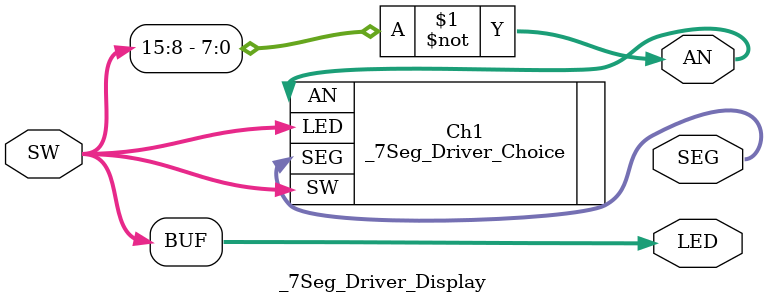
<source format=v>
`timescale 1ns / 1ps


module _7Seg_Driver_Display(SW, SEG, AN, LED);
    input [15:0] SW;       // 16Î»²¦¶¯¿ª¹Ø
	output [7:0] SEG;      // 7¶ÎÊýÂë¹ÜÇý¶¯£¬µÍµçÆ½ÓÐÐ§
	output [7:0] AN;       // 7¶ÎÊýÂë¹ÜÆ¬Ñ¡ÐÅºÅ£¬µÍµçÆ½ÓÐÐ§
	output [15:0] LED;     // 16Î»LEDÏÔÊ¾
	_7Seg_Driver_Choice Ch1(.SW(SW), .SEG(SEG), .AN(AN), .LED(LED));
	assign AN = ~SW[15:8];
	assign LED = SW;
endmodule

</source>
